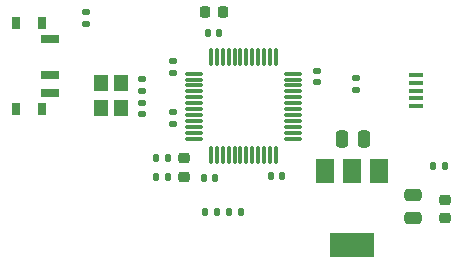
<source format=gbr>
%TF.GenerationSoftware,KiCad,Pcbnew,6.0.6-3a73a75311~116~ubuntu21.10.1*%
%TF.CreationDate,2022-07-26T12:25:36-07:00*%
%TF.ProjectId,SMT32Course,534d5433-3243-46f7-9572-73652e6b6963,0.1*%
%TF.SameCoordinates,Original*%
%TF.FileFunction,Paste,Top*%
%TF.FilePolarity,Positive*%
%FSLAX46Y46*%
G04 Gerber Fmt 4.6, Leading zero omitted, Abs format (unit mm)*
G04 Created by KiCad (PCBNEW 6.0.6-3a73a75311~116~ubuntu21.10.1) date 2022-07-26 12:25:36*
%MOMM*%
%LPD*%
G01*
G04 APERTURE LIST*
G04 Aperture macros list*
%AMRoundRect*
0 Rectangle with rounded corners*
0 $1 Rounding radius*
0 $2 $3 $4 $5 $6 $7 $8 $9 X,Y pos of 4 corners*
0 Add a 4 corners polygon primitive as box body*
4,1,4,$2,$3,$4,$5,$6,$7,$8,$9,$2,$3,0*
0 Add four circle primitives for the rounded corners*
1,1,$1+$1,$2,$3*
1,1,$1+$1,$4,$5*
1,1,$1+$1,$6,$7*
1,1,$1+$1,$8,$9*
0 Add four rect primitives between the rounded corners*
20,1,$1+$1,$2,$3,$4,$5,0*
20,1,$1+$1,$4,$5,$6,$7,0*
20,1,$1+$1,$6,$7,$8,$9,0*
20,1,$1+$1,$8,$9,$2,$3,0*%
G04 Aperture macros list end*
%ADD10R,0.800000X1.000000*%
%ADD11R,1.500000X0.700000*%
%ADD12R,1.200000X1.400000*%
%ADD13RoundRect,0.075000X-0.075000X-0.662500X0.075000X-0.662500X0.075000X0.662500X-0.075000X0.662500X0*%
%ADD14RoundRect,0.075000X-0.662500X-0.075000X0.662500X-0.075000X0.662500X0.075000X-0.662500X0.075000X0*%
%ADD15R,1.500000X2.000000*%
%ADD16R,3.800000X2.000000*%
%ADD17RoundRect,0.135000X-0.135000X-0.185000X0.135000X-0.185000X0.135000X0.185000X-0.135000X0.185000X0*%
%ADD18RoundRect,0.135000X0.135000X0.185000X-0.135000X0.185000X-0.135000X-0.185000X0.135000X-0.185000X0*%
%ADD19RoundRect,0.135000X-0.185000X0.135000X-0.185000X-0.135000X0.185000X-0.135000X0.185000X0.135000X0*%
%ADD20RoundRect,0.135000X0.185000X-0.135000X0.185000X0.135000X-0.185000X0.135000X-0.185000X-0.135000X0*%
%ADD21R,1.300000X0.450000*%
%ADD22RoundRect,0.218750X-0.256250X0.218750X-0.256250X-0.218750X0.256250X-0.218750X0.256250X0.218750X0*%
%ADD23RoundRect,0.140000X0.170000X-0.140000X0.170000X0.140000X-0.170000X0.140000X-0.170000X-0.140000X0*%
%ADD24RoundRect,0.140000X-0.140000X-0.170000X0.140000X-0.170000X0.140000X0.170000X-0.140000X0.170000X0*%
%ADD25RoundRect,0.140000X0.140000X0.170000X-0.140000X0.170000X-0.140000X-0.170000X0.140000X-0.170000X0*%
%ADD26RoundRect,0.140000X-0.170000X0.140000X-0.170000X-0.140000X0.170000X-0.140000X0.170000X0.140000X0*%
%ADD27RoundRect,0.225000X-0.225000X-0.250000X0.225000X-0.250000X0.225000X0.250000X-0.225000X0.250000X0*%
%ADD28RoundRect,0.250000X0.475000X-0.250000X0.475000X0.250000X-0.475000X0.250000X-0.475000X-0.250000X0*%
%ADD29RoundRect,0.250000X-0.250000X-0.475000X0.250000X-0.475000X0.250000X0.475000X-0.250000X0.475000X0*%
G04 APERTURE END LIST*
D10*
%TO.C,SW1*%
X88880000Y-59750000D03*
X86670000Y-52450000D03*
X86670000Y-59750000D03*
X88880000Y-52450000D03*
D11*
X89530000Y-53850000D03*
X89530000Y-56850000D03*
X89530000Y-58350000D03*
%TD*%
D12*
%TO.C,Y1*%
X95595000Y-57500000D03*
X95595000Y-59700000D03*
X93895000Y-59700000D03*
X93895000Y-57500000D03*
%TD*%
D13*
%TO.C,U2*%
X103195000Y-55337500D03*
X103695000Y-55337500D03*
X104195000Y-55337500D03*
X104695000Y-55337500D03*
X105195000Y-55337500D03*
X105695000Y-55337500D03*
X106195000Y-55337500D03*
X106695000Y-55337500D03*
X107195000Y-55337500D03*
X107695000Y-55337500D03*
X108195000Y-55337500D03*
X108695000Y-55337500D03*
D14*
X110107500Y-56750000D03*
X110107500Y-57250000D03*
X110107500Y-57750000D03*
X110107500Y-58250000D03*
X110107500Y-58750000D03*
X110107500Y-59250000D03*
X110107500Y-59750000D03*
X110107500Y-60250000D03*
X110107500Y-60750000D03*
X110107500Y-61250000D03*
X110107500Y-61750000D03*
X110107500Y-62250000D03*
D13*
X108695000Y-63662500D03*
X108195000Y-63662500D03*
X107695000Y-63662500D03*
X107195000Y-63662500D03*
X106695000Y-63662500D03*
X106195000Y-63662500D03*
X105695000Y-63662500D03*
X105195000Y-63662500D03*
X104695000Y-63662500D03*
X104195000Y-63662500D03*
X103695000Y-63662500D03*
X103195000Y-63662500D03*
D14*
X101782500Y-62250000D03*
X101782500Y-61750000D03*
X101782500Y-61250000D03*
X101782500Y-60750000D03*
X101782500Y-60250000D03*
X101782500Y-59750000D03*
X101782500Y-59250000D03*
X101782500Y-58750000D03*
X101782500Y-58250000D03*
X101782500Y-57750000D03*
X101782500Y-57250000D03*
X101782500Y-56750000D03*
%TD*%
D15*
%TO.C,U1*%
X112825000Y-64950000D03*
X115125000Y-64950000D03*
D16*
X115125000Y-71250000D03*
D15*
X117425000Y-64950000D03*
%TD*%
D17*
%TO.C,R5*%
X104715000Y-68500000D03*
X105735000Y-68500000D03*
%TD*%
D18*
%TO.C,R4*%
X103735000Y-68500000D03*
X102715000Y-68500000D03*
%TD*%
D19*
%TO.C,R3*%
X115500000Y-58135000D03*
X115500000Y-57115000D03*
%TD*%
D20*
%TO.C,R2*%
X92600000Y-52535000D03*
X92600000Y-51515000D03*
%TD*%
D18*
%TO.C,R1*%
X123035000Y-64600000D03*
X122015000Y-64600000D03*
%TD*%
D21*
%TO.C,J1*%
X120525000Y-59500000D03*
X120525000Y-58850000D03*
X120525000Y-58200000D03*
X120525000Y-57550000D03*
X120525000Y-56900000D03*
%TD*%
D22*
%TO.C,FB1*%
X100945000Y-65487500D03*
X100945000Y-63912500D03*
%TD*%
%TO.C,D1*%
X123025000Y-67412500D03*
X123025000Y-68987500D03*
%TD*%
D23*
%TO.C,C13*%
X97345000Y-59220000D03*
X97345000Y-60180000D03*
%TD*%
%TO.C,C12*%
X97345000Y-57220000D03*
X97345000Y-58180000D03*
%TD*%
D24*
%TO.C,C11*%
X103580000Y-65600000D03*
X102620000Y-65600000D03*
%TD*%
D25*
%TO.C,C10*%
X98565000Y-65500000D03*
X99525000Y-65500000D03*
%TD*%
%TO.C,C9*%
X98565000Y-63900000D03*
X99525000Y-63900000D03*
%TD*%
D23*
%TO.C,C8*%
X99945000Y-60020000D03*
X99945000Y-60980000D03*
%TD*%
D25*
%TO.C,C7*%
X108245000Y-65400000D03*
X109205000Y-65400000D03*
%TD*%
D26*
%TO.C,C6*%
X112145000Y-56520000D03*
X112145000Y-57480000D03*
%TD*%
D24*
%TO.C,C5*%
X103875000Y-53300000D03*
X102915000Y-53300000D03*
%TD*%
D23*
%TO.C,C4*%
X99945000Y-55720000D03*
X99945000Y-56680000D03*
%TD*%
D27*
%TO.C,C3*%
X104220000Y-51500000D03*
X102670000Y-51500000D03*
%TD*%
D28*
%TO.C,C2*%
X120325000Y-68950000D03*
X120325000Y-67050000D03*
%TD*%
D29*
%TO.C,C1*%
X114275000Y-62300000D03*
X116175000Y-62300000D03*
%TD*%
M02*

</source>
